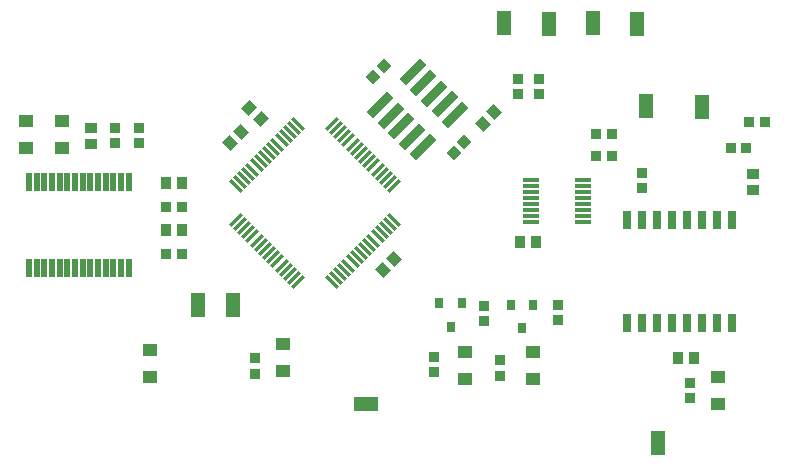
<source format=gbr>
%TF.GenerationSoftware,Altium Limited,Altium Designer,18.1.9 (240)*%
G04 Layer_Color=8421504*
%FSLAX26Y26*%
%MOIN*%
%TF.FileFunction,Paste,Top*%
%TF.Part,Single*%
G01*
G75*
%TA.AperFunction,SMDPad,CuDef*%
%ADD10R,0.033465X0.037402*%
%ADD11R,0.045276X0.080709*%
%ADD12R,0.019291X0.064961*%
%ADD13R,0.051181X0.043307*%
%ADD14R,0.039370X0.035433*%
%ADD15R,0.035433X0.039370*%
%ADD16R,0.037402X0.033465*%
G04:AMPARAMS|DCode=17|XSize=11.811mil|YSize=53.15mil|CornerRadius=0mil|HoleSize=0mil|Usage=FLASHONLY|Rotation=315.000|XOffset=0mil|YOffset=0mil|HoleType=Round|Shape=Rectangle|*
%AMROTATEDRECTD17*
4,1,4,-0.022967,-0.014615,0.014615,0.022967,0.022967,0.014615,-0.014615,-0.022967,-0.022967,-0.014615,0.0*
%
%ADD17ROTATEDRECTD17*%

G04:AMPARAMS|DCode=18|XSize=11.811mil|YSize=53.15mil|CornerRadius=0mil|HoleSize=0mil|Usage=FLASHONLY|Rotation=45.000|XOffset=0mil|YOffset=0mil|HoleType=Round|Shape=Rectangle|*
%AMROTATEDRECTD18*
4,1,4,0.014615,-0.022967,-0.022967,0.014615,-0.014615,0.022967,0.022967,-0.014615,0.014615,-0.022967,0.0*
%
%ADD18ROTATEDRECTD18*%

G04:AMPARAMS|DCode=19|XSize=39.37mil|YSize=35.433mil|CornerRadius=0mil|HoleSize=0mil|Usage=FLASHONLY|Rotation=45.000|XOffset=0mil|YOffset=0mil|HoleType=Round|Shape=Rectangle|*
%AMROTATEDRECTD19*
4,1,4,-0.001392,-0.026447,-0.026447,-0.001392,0.001392,0.026447,0.026447,0.001392,-0.001392,-0.026447,0.0*
%
%ADD19ROTATEDRECTD19*%

G04:AMPARAMS|DCode=20|XSize=39.37mil|YSize=35.433mil|CornerRadius=0mil|HoleSize=0mil|Usage=FLASHONLY|Rotation=135.000|XOffset=0mil|YOffset=0mil|HoleType=Round|Shape=Rectangle|*
%AMROTATEDRECTD20*
4,1,4,0.026447,-0.001392,0.001392,-0.026447,-0.026447,0.001392,-0.001392,0.026447,0.026447,-0.001392,0.0*
%
%ADD20ROTATEDRECTD20*%

%ADD21R,0.080709X0.045276*%
%ADD22R,0.031496X0.035433*%
G04:AMPARAMS|DCode=23|XSize=37.402mil|YSize=33.465mil|CornerRadius=0mil|HoleSize=0mil|Usage=FLASHONLY|Rotation=135.000|XOffset=0mil|YOffset=0mil|HoleType=Round|Shape=Rectangle|*
%AMROTATEDRECTD23*
4,1,4,0.025055,-0.001392,0.001392,-0.025055,-0.025055,0.001392,-0.001392,0.025055,0.025055,-0.001392,0.0*
%
%ADD23ROTATEDRECTD23*%

G04:AMPARAMS|DCode=24|XSize=29.921mil|YSize=94.488mil|CornerRadius=0mil|HoleSize=0mil|Usage=FLASHONLY|Rotation=135.000|XOffset=0mil|YOffset=0mil|HoleType=Round|Shape=Rectangle|*
%AMROTATEDRECTD24*
4,1,4,0.043985,0.022828,-0.022828,-0.043985,-0.043985,-0.022828,0.022828,0.043985,0.043985,0.022828,0.0*
%
%ADD24ROTATEDRECTD24*%

%ADD25R,0.053150X0.011811*%
%ADD26R,0.027559X0.062992*%
D10*
X4004251Y2054803D02*
D03*
X4055432D02*
D03*
X3942417Y1968504D02*
D03*
X3993598D02*
D03*
X2112204Y1771653D02*
D03*
X2061024D02*
D03*
X2112204Y1614173D02*
D03*
X2061024D02*
D03*
X3545012Y2013150D02*
D03*
X3493832D02*
D03*
X3545016Y1940000D02*
D03*
X3493836D02*
D03*
D11*
X3845000Y2104195D02*
D03*
X3660748Y2106299D02*
D03*
X2165354Y1445000D02*
D03*
X2283465D02*
D03*
X3186810Y2383860D02*
D03*
X3336731Y2380905D02*
D03*
X3629253D02*
D03*
X3482598Y2381890D02*
D03*
X3700787Y984252D02*
D03*
D12*
X1602899Y1567014D02*
D03*
X1628488D02*
D03*
X1654079D02*
D03*
X1679670D02*
D03*
X1705261D02*
D03*
X1730851D02*
D03*
X1756440D02*
D03*
X1782033D02*
D03*
X1807622D02*
D03*
X1833213D02*
D03*
X1858803D02*
D03*
X1884395D02*
D03*
X1909985D02*
D03*
X1935574D02*
D03*
X1602899Y1852446D02*
D03*
X1628488D02*
D03*
X1654079D02*
D03*
X1679670D02*
D03*
X1705261D02*
D03*
X1730851D02*
D03*
X1756440D02*
D03*
X1782033D02*
D03*
X1807622D02*
D03*
X1833213D02*
D03*
X1858803D02*
D03*
X1884395D02*
D03*
X1909985D02*
D03*
X1935574D02*
D03*
D13*
X1712503Y1966612D02*
D03*
Y2057164D02*
D03*
X1594393Y1966612D02*
D03*
Y2057164D02*
D03*
X2005158Y1294646D02*
D03*
Y1204094D02*
D03*
X2450000Y1315000D02*
D03*
Y1224448D02*
D03*
X3057394Y1287190D02*
D03*
Y1196638D02*
D03*
X3281298Y1287187D02*
D03*
Y1196635D02*
D03*
X3900000Y1202519D02*
D03*
Y1111967D02*
D03*
D14*
X1811024Y2034448D02*
D03*
Y1981300D02*
D03*
X4015748Y1880390D02*
D03*
Y1827242D02*
D03*
D15*
X2113188Y1850394D02*
D03*
X2060040D02*
D03*
Y1692913D02*
D03*
X2113188D02*
D03*
X3294291Y1653543D02*
D03*
X3241142D02*
D03*
X3765750Y1268426D02*
D03*
X3818898D02*
D03*
D16*
X1889764Y1982284D02*
D03*
Y2033464D02*
D03*
X1968504Y1982284D02*
D03*
Y2033464D02*
D03*
X2355000Y1266180D02*
D03*
Y1215000D02*
D03*
X3173740Y1208149D02*
D03*
Y1259329D02*
D03*
X2954066Y1219410D02*
D03*
Y1270590D02*
D03*
X3120000Y1440000D02*
D03*
Y1388820D02*
D03*
X3233269Y2145669D02*
D03*
Y2196849D02*
D03*
X3301298Y2146578D02*
D03*
Y2197758D02*
D03*
X3366771Y1445000D02*
D03*
Y1393820D02*
D03*
X3805000Y1132559D02*
D03*
Y1183739D02*
D03*
X3645000Y1884330D02*
D03*
Y1833150D02*
D03*
D17*
X2611937Y2048091D02*
D03*
X2625858Y2034171D02*
D03*
X2639776Y2020252D02*
D03*
X2653696Y2006332D02*
D03*
X2667615Y1992414D02*
D03*
X2681535Y1978493D02*
D03*
X2695454Y1964575D02*
D03*
X2709374Y1950655D02*
D03*
X2723293Y1936736D02*
D03*
X2737213Y1922816D02*
D03*
X2751131Y1908897D02*
D03*
X2765052Y1894977D02*
D03*
X2778970Y1881058D02*
D03*
X2792890Y1867138D02*
D03*
X2806809Y1853219D02*
D03*
X2820729Y1839299D02*
D03*
X2500582Y1519153D02*
D03*
X2486662Y1533073D02*
D03*
X2472743Y1546991D02*
D03*
X2458823Y1560911D02*
D03*
X2444905Y1574830D02*
D03*
X2430985Y1588750D02*
D03*
X2417066Y1602669D02*
D03*
X2403146Y1616589D02*
D03*
X2389227Y1630508D02*
D03*
X2375307Y1644428D02*
D03*
X2361388Y1658347D02*
D03*
X2347468Y1672267D02*
D03*
X2333549Y1686185D02*
D03*
X2319629Y1700105D02*
D03*
X2305711Y1714024D02*
D03*
X2291791Y1727944D02*
D03*
D18*
X2820729D02*
D03*
X2806809Y1714024D02*
D03*
X2792890Y1700105D02*
D03*
X2778970Y1686185D02*
D03*
X2765052Y1672267D02*
D03*
X2751131Y1658347D02*
D03*
X2737213Y1644428D02*
D03*
X2723293Y1630508D02*
D03*
X2709374Y1616589D02*
D03*
X2695454Y1602669D02*
D03*
X2681535Y1588750D02*
D03*
X2667615Y1574830D02*
D03*
X2653696Y1560911D02*
D03*
X2639776Y1546991D02*
D03*
X2625858Y1533073D02*
D03*
X2611937Y1519153D02*
D03*
X2291791Y1839299D02*
D03*
X2305711Y1853219D02*
D03*
X2319629Y1867138D02*
D03*
X2333549Y1881058D02*
D03*
X2347468Y1894977D02*
D03*
X2361388Y1908897D02*
D03*
X2375307Y1922816D02*
D03*
X2389227Y1936736D02*
D03*
X2403146Y1950655D02*
D03*
X2417066Y1964575D02*
D03*
X2430985Y1978493D02*
D03*
X2444905Y1992414D02*
D03*
X2458823Y2006332D02*
D03*
X2472743Y2020252D02*
D03*
X2486662Y2034171D02*
D03*
X2500582Y2048091D02*
D03*
D19*
X2337726Y2100573D02*
D03*
X2375307Y2062992D02*
D03*
D20*
X2273000Y1982807D02*
D03*
X2310581Y2020388D02*
D03*
X2820729Y1598425D02*
D03*
X2783148Y1560844D02*
D03*
X3153397Y2085405D02*
D03*
X3115816Y2047823D02*
D03*
D21*
X2725000Y1111967D02*
D03*
D22*
X3045797Y1449370D02*
D03*
X2970993D02*
D03*
X3008395Y1370630D02*
D03*
X3283268Y1445000D02*
D03*
X3208464D02*
D03*
X3245866Y1366260D02*
D03*
D23*
X2786835Y2239355D02*
D03*
X2750645Y2203165D02*
D03*
X3054276Y1986284D02*
D03*
X3018086Y1950094D02*
D03*
D24*
X3023224Y2077120D02*
D03*
X2914651Y1968548D02*
D03*
X2987868Y2112476D02*
D03*
X2879296Y2003903D02*
D03*
X2952513Y2147831D02*
D03*
X2843941Y2039259D02*
D03*
X2917157Y2183186D02*
D03*
X2808586Y2074614D02*
D03*
X2881802Y2218541D02*
D03*
X2773230Y2109970D02*
D03*
D25*
X3449920Y1720944D02*
D03*
Y1740630D02*
D03*
Y1760314D02*
D03*
Y1780000D02*
D03*
Y1799684D02*
D03*
Y1819370D02*
D03*
Y1839054D02*
D03*
Y1858740D02*
D03*
X3274724Y1720944D02*
D03*
Y1740630D02*
D03*
Y1760314D02*
D03*
Y1780000D02*
D03*
Y1799684D02*
D03*
Y1819370D02*
D03*
Y1839054D02*
D03*
Y1858740D02*
D03*
D26*
X3595000Y1383740D02*
D03*
X3645000D02*
D03*
X3695000D02*
D03*
X3745000D02*
D03*
X3795000D02*
D03*
X3845000D02*
D03*
X3895000D02*
D03*
X3945000D02*
D03*
X3595000Y1726260D02*
D03*
X3645000D02*
D03*
X3695000D02*
D03*
X3745000D02*
D03*
X3795000D02*
D03*
X3845000D02*
D03*
X3895000D02*
D03*
X3945000D02*
D03*
%TF.MD5,08ca8c663ffe4d9b9cfe847975475e61*%
M02*

</source>
